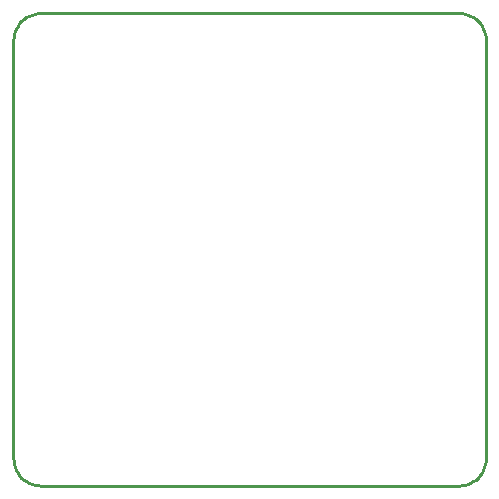
<source format=gm1>
G04*
G04 #@! TF.GenerationSoftware,Altium Limited,Altium Designer,22.11.1 (43)*
G04*
G04 Layer_Color=16711935*
%FSLAX25Y25*%
%MOIN*%
G70*
G04*
G04 #@! TF.SameCoordinates,40CF40E7-FDA6-4BEF-B87F-FA6DAB628F73*
G04*
G04*
G04 #@! TF.FilePolarity,Positive*
G04*
G01*
G75*
%ADD14C,0.01000*%
D14*
X236221Y227165D02*
X236163Y228179D01*
X235993Y229180D01*
X235712Y230156D01*
X235324Y231094D01*
X234833Y231983D01*
X234245Y232811D01*
X233568Y233568D01*
X232811Y234245D01*
X231983Y234833D01*
X231094Y235324D01*
X230156Y235712D01*
X229180Y235993D01*
X228179Y236163D01*
X227165Y236221D01*
X87795D02*
X86781Y236163D01*
X85780Y235993D01*
X84805Y235712D01*
X83866Y235324D01*
X82978Y234833D01*
X82149Y234245D01*
X81392Y233568D01*
X80716Y232811D01*
X80128Y231983D01*
X79637Y231094D01*
X79248Y230156D01*
X78967Y229180D01*
X78797Y228179D01*
X78740Y227165D01*
X227165Y78740D02*
X228179Y78797D01*
X229180Y78967D01*
X230156Y79248D01*
X231094Y79637D01*
X231983Y80128D01*
X232811Y80716D01*
X233568Y81392D01*
X234245Y82149D01*
X234833Y82978D01*
X235324Y83866D01*
X235712Y84804D01*
X235993Y85780D01*
X236163Y86781D01*
X236221Y87795D01*
X78740Y87795D02*
X78797Y86781D01*
X78967Y85780D01*
X79248Y84805D01*
X79637Y83866D01*
X80128Y82978D01*
X80716Y82149D01*
X81392Y81392D01*
X82149Y80716D01*
X82978Y80128D01*
X83866Y79637D01*
X84805Y79248D01*
X85780Y78967D01*
X86781Y78797D01*
X87795Y78740D01*
X87795Y78740D02*
X227165D01*
X236220Y87795D02*
Y227165D01*
X78740Y87795D02*
Y227165D01*
X87795Y236220D02*
X227165D01*
M02*

</source>
